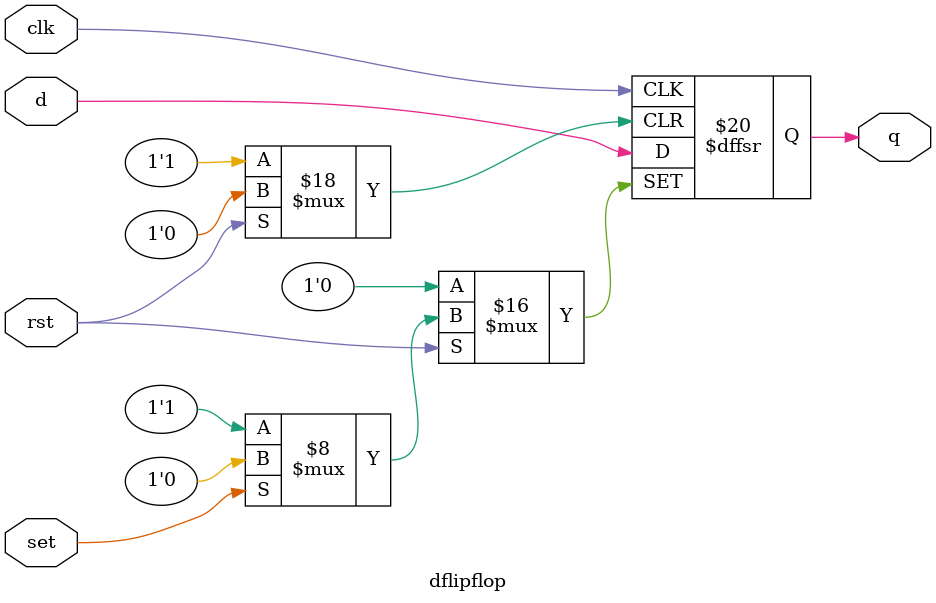
<source format=v>
module dflipflop(
    input d,rst,set,clk,
    output reg q
);  

always @(posedge clk , negedge rst, negedge set ) begin
   if(rst == 0) begin
       q <= 1'b0;
   end
   else if(set == 0) begin
       q <= 1'b1;
   end
   else begin
       q <= d;
   end
end
endmodule
</source>
